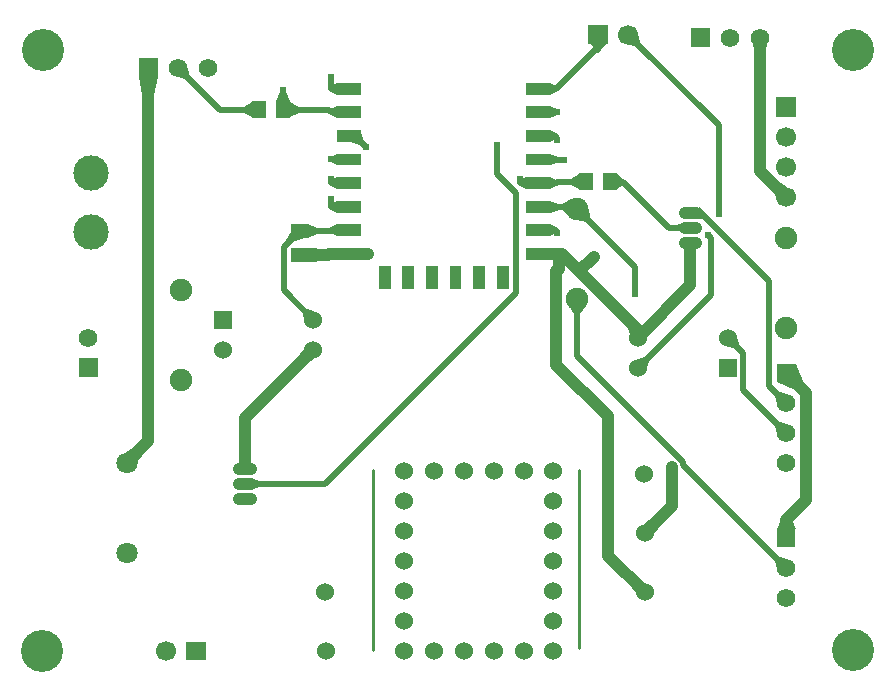
<source format=gtl>
G04 Layer: TopLayer*
G04 EasyEDA v6.4.19.4, 2021-06-14T19:23:21+03:00*
G04 c287602e535a46618d334795f056a235,b3268d441ec746f5bebdd9f8aa6dfed9,10*
G04 Gerber Generator version 0.2*
G04 Scale: 100 percent, Rotated: No, Reflected: No *
G04 Dimensions in millimeters *
G04 leading zeros omitted , absolute positions ,4 integer and 5 decimal *
%FSLAX45Y45*%
%MOMM*%

%ADD10C,0.2540*%
%ADD12C,0.5000*%
%ADD13C,1.0000*%
%ADD14C,0.6100*%
%ADD19C,1.5240*%
%ADD20R,1.5240X1.5240*%
%ADD21C,1.9050*%
%ADD22C,1.8000*%
%ADD24C,1.7000*%
%ADD25C,3.5560*%
%ADD27R,1.5748X1.5748*%
%ADD28C,1.5748*%
%ADD29C,3.0000*%

%LPD*%
G36*
X5562955Y-4992217D02*
G01*
X5492191Y-5062880D01*
X5524855Y-5105654D01*
X5605729Y-5024882D01*
G37*
G36*
X5638952Y-4493006D02*
G01*
X5596128Y-4525670D01*
X5676950Y-4606493D01*
X5709615Y-4563770D01*
G37*
G36*
X2717952Y-3043224D02*
G01*
X2685288Y-3086049D01*
X2756001Y-3156712D01*
X2798775Y-3124047D01*
G37*
G36*
X2738323Y-2702966D02*
G01*
X2702966Y-2738323D01*
X2717952Y-2798775D01*
X2798775Y-2717952D01*
G37*
G36*
X6384036Y-2941167D02*
G01*
X6303264Y-3022041D01*
X6363716Y-3037027D01*
X6399022Y-3001619D01*
G37*
G36*
X5564428Y-2829763D02*
G01*
X5459476Y-2866237D01*
X5475478Y-2917139D01*
X5583428Y-2879648D01*
G37*
G36*
X5583986Y-2837281D02*
G01*
X5541213Y-2869946D01*
X5622036Y-2950768D01*
X5654700Y-2907995D01*
G37*
G36*
X5601665Y-3108960D02*
G01*
X5541213Y-3123946D01*
X5622036Y-3204768D01*
X5637022Y-3144316D01*
G37*
G36*
X5124246Y-1848256D02*
G01*
X5023256Y-1949246D01*
X5103215Y-1963572D01*
X5138572Y-1928215D01*
G37*
G36*
X4975199Y-1775764D02*
G01*
X4903470Y-1813712D01*
X4897424Y-1863699D01*
X4958130Y-1917598D01*
G37*
G36*
X4957775Y-2679192D02*
G01*
X5004206Y-2745892D01*
X5054193Y-2745892D01*
X5100624Y-2679192D01*
G37*
G36*
X1267206Y-3881780D02*
G01*
X1210259Y-3913987D01*
X1305712Y-4009440D01*
X1337919Y-3952494D01*
G37*
G36*
X6753504Y-1636826D02*
G01*
X6682790Y-1707540D01*
X6715150Y-1759305D01*
X6805269Y-1669186D01*
G37*
G36*
X6741972Y-3406648D02*
G01*
X6706616Y-3442004D01*
X6721500Y-3505047D01*
X6805015Y-3421532D01*
G37*
G36*
X6741972Y-3660648D02*
G01*
X6706616Y-3696004D01*
X6721500Y-3759047D01*
X6805015Y-3675532D01*
G37*
G36*
X6519570Y-458470D02*
G01*
X6528612Y-513588D01*
X6628587Y-513588D01*
X6637629Y-458470D01*
G37*
G36*
X6741972Y-4806442D02*
G01*
X6706616Y-4841798D01*
X6721500Y-4904841D01*
X6805015Y-4821326D01*
G37*
G36*
X5545836Y-375666D02*
G01*
X5455666Y-465835D01*
X5525160Y-480517D01*
X5560517Y-445160D01*
G37*
G36*
X1729587Y-655472D02*
G01*
X1646072Y-738987D01*
X1709115Y-753872D01*
X1744472Y-718515D01*
G37*
G36*
X2925318Y-756767D02*
G01*
X2923184Y-778103D01*
X2973171Y-778103D01*
X2971038Y-756767D01*
G37*
G36*
X3229610Y-1284681D02*
G01*
X3194253Y-1320038D01*
X3210864Y-1333652D01*
X3243224Y-1301292D01*
G37*
G36*
X4568342Y-1616862D02*
G01*
X4523079Y-1623466D01*
X4523384Y-1642211D01*
X4573371Y-1634896D01*
G37*
G36*
X5496458Y-2537866D02*
G01*
X5498592Y-2559202D01*
X5544312Y-2559202D01*
X5546445Y-2537866D01*
G37*
G36*
X4813960Y-1013612D02*
G01*
X4813960Y-1063599D01*
X4835296Y-1061466D01*
X4835296Y-1015746D01*
G37*
G36*
X4874615Y-1233474D02*
G01*
X4824628Y-1243533D01*
X4829556Y-1254760D01*
X4874412Y-1245717D01*
G37*
G36*
X4872888Y-1413408D02*
G01*
X4872888Y-1463395D01*
X4894224Y-1461262D01*
X4894224Y-1415542D01*
G37*
G36*
X6167323Y-2075535D02*
G01*
X6134963Y-2107895D01*
X6141313Y-2117242D01*
X6176670Y-2081885D01*
G37*
G36*
X6200546Y-1860194D02*
G01*
X6202680Y-1881530D01*
X6248400Y-1881530D01*
X6250533Y-1860194D01*
G37*
G36*
X4833010Y-2013356D02*
G01*
X4807204Y-2063343D01*
X4828590Y-2068474D01*
X4849571Y-2027834D01*
G37*
G36*
X4330446Y-1337665D02*
G01*
X4328312Y-1359001D01*
X4378299Y-1359001D01*
X4376166Y-1337665D01*
G37*
G36*
X2517140Y-874115D02*
G01*
X2515006Y-895451D01*
X2564993Y-895451D01*
X2562860Y-874115D01*
G37*
G36*
X2967532Y-1789379D02*
G01*
X2922320Y-1796338D01*
X2923184Y-1817827D01*
X2973171Y-1810105D01*
G37*
G36*
X2967177Y-1618945D02*
G01*
X2922625Y-1629359D01*
X2923184Y-1644142D01*
X2973171Y-1632457D01*
G37*
G36*
X2982823Y-1413154D02*
G01*
X2961487Y-1415288D01*
X2961487Y-1461008D01*
X2982823Y-1463141D01*
G37*
G36*
X2998724Y-788162D02*
G01*
X2948178Y-813206D01*
X2948178Y-863193D01*
X2998724Y-888237D01*
G37*
G36*
X2998724Y-988314D02*
G01*
X2948178Y-1013358D01*
X2948178Y-1063345D01*
X2998724Y-1088136D01*
G37*
G36*
X3198876Y-1202842D02*
G01*
X3107385Y-1288034D01*
X3188868Y-1314653D01*
X3225495Y-1280566D01*
G37*
G36*
X2998724Y-1388110D02*
G01*
X2941320Y-1413154D01*
X2941320Y-1463141D01*
X2998724Y-1488186D01*
G37*
G36*
X2998724Y-1588262D02*
G01*
X2948178Y-1613306D01*
X2948178Y-1663293D01*
X2998724Y-1688338D01*
G37*
G36*
X2998724Y-1788160D02*
G01*
X2948178Y-1813204D01*
X2948178Y-1863191D01*
X2998724Y-1888236D01*
G37*
G36*
X2998724Y-1988057D02*
G01*
X2948178Y-2013102D01*
X2948178Y-2063089D01*
X2998724Y-2088134D01*
G37*
G36*
X3198876Y-2188210D02*
G01*
X3198876Y-2288286D01*
X3257042Y-2288235D01*
X3257042Y-2188260D01*
G37*
G36*
X2998978Y-2188210D02*
G01*
X2923540Y-2188260D01*
X2923540Y-2288235D01*
X2998978Y-2288286D01*
G37*
G36*
X4798822Y-2188718D02*
G01*
X4798822Y-2288794D01*
X4874260Y-2288743D01*
X4874260Y-2188768D01*
G37*
G36*
X4799076Y-1988312D02*
G01*
X4799076Y-2088388D01*
X4849622Y-2063343D01*
X4849622Y-2013356D01*
G37*
G36*
X4799076Y-1788668D02*
G01*
X4799076Y-1888489D01*
X4874056Y-1863699D01*
X4874056Y-1813712D01*
G37*
G36*
X4598924Y-1588516D02*
G01*
X4548378Y-1613560D01*
X4548378Y-1663547D01*
X4598924Y-1688592D01*
G37*
G36*
X4799076Y-1588516D02*
G01*
X4799076Y-1688592D01*
X4849622Y-1663547D01*
X4849622Y-1613560D01*
G37*
G36*
X4799076Y-1388364D02*
G01*
X4799076Y-1488440D01*
X4874056Y-1463395D01*
X4874056Y-1413408D01*
G37*
G36*
X4799076Y-1188466D02*
G01*
X4799076Y-1288542D01*
X4849622Y-1263497D01*
X4849622Y-1213510D01*
G37*
G36*
X4799076Y-988568D02*
G01*
X4799076Y-1088390D01*
X4855464Y-1063599D01*
X4855464Y-1013612D01*
G37*
G36*
X4799076Y-788416D02*
G01*
X4799076Y-888492D01*
X4849622Y-863447D01*
X4849622Y-813460D01*
G37*
G36*
X5366512Y-1563116D02*
G01*
X5366512Y-1688084D01*
X5417058Y-1650593D01*
X5417058Y-1600606D01*
G37*
G36*
X5047488Y-1563116D02*
G01*
X4972507Y-1600606D01*
X4972507Y-1650593D01*
X5047488Y-1688084D01*
G37*
G36*
X2278888Y-953516D02*
G01*
X2203907Y-991006D01*
X2203907Y-1040993D01*
X2278888Y-1078484D01*
G37*
G36*
X2515006Y-867613D02*
G01*
X2482088Y-942594D01*
X2597912Y-942594D01*
X2564993Y-867613D01*
G37*
G36*
X2597912Y-953516D02*
G01*
X2597912Y-1078484D01*
X2672892Y-1040993D01*
X2672892Y-991006D01*
G37*
G36*
X6878828Y-3167380D02*
G01*
X6721348Y-3324860D01*
X6870801Y-3387547D01*
X6941515Y-3316833D01*
G37*
G36*
X2604262Y-2055368D02*
G01*
X2564790Y-2120442D01*
X2615641Y-2140305D01*
X2720695Y-2100834D01*
G37*
G36*
X2751074Y-1985010D02*
G01*
X2751074Y-2100834D01*
X2826054Y-2067915D01*
X2826054Y-2017928D01*
G37*
G36*
X2751074Y-2188210D02*
G01*
X2751074Y-2304034D01*
X2901086Y-2296109D01*
X2901086Y-2196134D01*
G37*
G36*
X6750100Y-4491736D02*
G01*
X6721348Y-4567174D01*
X6878828Y-4567174D01*
X6850075Y-4491736D01*
G37*
G36*
X5144516Y-459740D02*
G01*
X5182006Y-510285D01*
X5231993Y-510285D01*
X5269484Y-459740D01*
G37*
G36*
X1318260Y-739140D02*
G01*
X1347012Y-889152D01*
X1446987Y-889152D01*
X1475740Y-739140D01*
G37*
G36*
X6058103Y-1841754D02*
G01*
X6016548Y-1932686D01*
X6094476Y-1942642D01*
X6116624Y-1894078D01*
G37*
G36*
X5937250Y-1964232D02*
G01*
X5862269Y-1989226D01*
X5862269Y-2039213D01*
X5937250Y-2064207D01*
G37*
G36*
X5937250Y-2191207D02*
G01*
X5937300Y-2341219D01*
X6037275Y-2341219D01*
X6037326Y-2191207D01*
G37*
G36*
X2262632Y-4135678D02*
G01*
X2262632Y-4235653D01*
X2337612Y-4210659D01*
X2337612Y-4160672D01*
G37*
G36*
X2162860Y-3858666D02*
G01*
X2162810Y-4008678D01*
X2262632Y-4008678D01*
X2262835Y-3858666D01*
G37*
D12*
X1651000Y-660400D02*
G01*
X2006600Y-1016000D01*
X2336800Y-1016000D01*
X5417058Y-1625600D02*
G01*
X5805677Y-2014220D01*
X5987288Y-2014220D01*
X5308600Y-1625600D02*
G01*
X5417058Y-1625600D01*
X6800088Y-3500120D02*
G01*
X6654038Y-3354070D01*
X6654038Y-2466847D01*
X6074409Y-1887220D01*
X5987288Y-1887220D01*
X5029200Y-2616200D02*
G01*
X5029200Y-3099307D01*
X5928359Y-3998468D01*
X5928359Y-4028186D01*
X6800088Y-4899913D01*
X6800088Y-3754120D02*
G01*
X6435090Y-3389121D01*
X6435090Y-3073145D01*
X6308090Y-2945892D01*
D13*
X1397000Y-660400D02*
G01*
X1397000Y-3822700D01*
X1215897Y-4003802D01*
X6800088Y-3246120D02*
G01*
X6968236Y-3414268D01*
X6968236Y-4323587D01*
X6800088Y-4491736D01*
X6800088Y-4645913D02*
G01*
X6800088Y-4491736D01*
D12*
X3098800Y-1438147D02*
G01*
X2941320Y-1438147D01*
X2948177Y-1638300D02*
G01*
X2948177Y-1612392D01*
X2940304Y-1604518D01*
X3098800Y-1638300D02*
G01*
X2948177Y-1638300D01*
X2948177Y-1838197D02*
G01*
X2948177Y-1779270D01*
X2941827Y-1772920D01*
X3098800Y-1838197D02*
G01*
X2948177Y-1838197D01*
X3098800Y-1038352D02*
G01*
X2948177Y-1038352D01*
X2540000Y-1016000D02*
G01*
X2925825Y-1016000D01*
X2948177Y-1038352D01*
X2540000Y-1016000D02*
G01*
X2540000Y-853947D01*
X2212847Y-4185665D02*
G01*
X2890774Y-4185665D01*
X4509261Y-2567431D01*
X4509261Y-1719579D01*
X4353306Y-1563623D01*
X4353306Y-1317497D01*
X4849622Y-2038350D02*
G01*
X4849622Y-2050287D01*
X4856988Y-2057400D01*
X4699000Y-2038350D02*
G01*
X4849622Y-2038350D01*
X6136893Y-2077465D02*
G01*
X6158991Y-2099563D01*
X6158991Y-2586989D01*
X5546090Y-3199892D01*
X5461000Y-381000D02*
G01*
X6225540Y-1145539D01*
X6225540Y-1901697D01*
X4699000Y-1438402D02*
G01*
X4914391Y-1438402D01*
X4849622Y-1238504D02*
G01*
X4849622Y-1263904D01*
X4855972Y-1270000D01*
X4699000Y-1238504D02*
G01*
X4849622Y-1238504D01*
X3098800Y-2038095D02*
G01*
X2948177Y-2038095D01*
X2948177Y-2038095D02*
G01*
X2943352Y-2042921D01*
X2677668Y-2042921D01*
X2677668Y-2042921D02*
G01*
X2544318Y-2176271D01*
X2544318Y-2544318D01*
X2794000Y-2794000D01*
D13*
X6578600Y-406400D02*
G01*
X6578600Y-1532636D01*
X6800088Y-1754123D01*
X2212847Y-4058665D02*
G01*
X2212847Y-3629405D01*
X2794000Y-3048000D01*
X5987288Y-2141220D02*
G01*
X5987288Y-2504694D01*
X5546090Y-2945892D01*
X5600954Y-5100828D02*
G01*
X5291836Y-4791963D01*
X5291836Y-3613912D01*
X4852415Y-3174492D01*
X4852415Y-2386076D01*
X4874259Y-2364231D01*
X4874259Y-2238755D01*
X4699000Y-2238755D02*
G01*
X4874259Y-2238755D01*
X4874259Y-2238755D02*
G01*
X4902708Y-2238755D01*
X5047488Y-2383536D01*
X5047488Y-2383536D02*
G01*
X5546090Y-2882137D01*
X5546090Y-2945892D01*
X5170424Y-2260600D02*
G01*
X5047488Y-2383536D01*
D12*
X4699000Y-1038605D02*
G01*
X4855463Y-1038605D01*
X5029200Y-1854200D02*
G01*
X5013706Y-1838705D01*
X4699254Y-1838705D01*
X5029200Y-1854200D02*
G01*
X5521452Y-2346452D01*
X5521452Y-2579370D01*
X4849622Y-838454D02*
G01*
X5177790Y-510286D01*
X5207000Y-510286D01*
X4699000Y-838454D02*
G01*
X4849622Y-838454D01*
X5207000Y-381000D02*
G01*
X5207000Y-510286D01*
X5105400Y-1625600D02*
G01*
X4862575Y-1625600D01*
X4849622Y-1638554D01*
X4772406Y-1638554D02*
G01*
X4849622Y-1638554D01*
X4772406Y-1638554D02*
G01*
X4699000Y-1638554D01*
X4699000Y-1638554D02*
G01*
X4548377Y-1638554D01*
X4548377Y-1638554D02*
G01*
X4548377Y-1605787D01*
X4542790Y-1600200D01*
X3098800Y-1238250D02*
G01*
X3147822Y-1238250D01*
X3241293Y-1331721D01*
D13*
X2677668Y-2246121D02*
G01*
X2915665Y-2246121D01*
X2923540Y-2238247D01*
X3011170Y-2238247D02*
G01*
X2923540Y-2238247D01*
X3011170Y-2238247D02*
G01*
X3099054Y-2238247D01*
X3099054Y-2238247D02*
G01*
X3257041Y-2238247D01*
X5600954Y-4601718D02*
G01*
X5827775Y-4374895D01*
X5827775Y-4040378D01*
D12*
X3098800Y-838200D02*
G01*
X2948177Y-838200D01*
X2948177Y-838200D02*
G01*
X2948177Y-736600D01*
D10*
X5039868Y-5575554D02*
G01*
X5039868Y-4063492D01*
X3301238Y-4069842D02*
G01*
X3301238Y-5588000D01*
G36*
X2998724Y-788162D02*
G01*
X3198875Y-788162D01*
X3198875Y-888237D01*
X2998724Y-888237D01*
G37*
G36*
X2998724Y-988313D02*
G01*
X3198875Y-988313D01*
X3198875Y-1088136D01*
X2998724Y-1088136D01*
G37*
G36*
X2998724Y-1188212D02*
G01*
X3198875Y-1188212D01*
X3198875Y-1288034D01*
X2998724Y-1288034D01*
G37*
G36*
X2998724Y-1388110D02*
G01*
X3198875Y-1388110D01*
X3198875Y-1488186D01*
X2998724Y-1488186D01*
G37*
G36*
X2998724Y-1588262D02*
G01*
X3198875Y-1588262D01*
X3198875Y-1688337D01*
X2998724Y-1688337D01*
G37*
G36*
X2998724Y-1788160D02*
G01*
X3198875Y-1788160D01*
X3198875Y-1888236D01*
X2998724Y-1888236D01*
G37*
G36*
X2998724Y-1988057D02*
G01*
X3198875Y-1988057D01*
X3198875Y-2088134D01*
X2998724Y-2088134D01*
G37*
G36*
X2998977Y-2188210D02*
G01*
X3198875Y-2188210D01*
X3198875Y-2288286D01*
X2998977Y-2288286D01*
G37*
G36*
X3348990Y-2538221D02*
G01*
X3348990Y-2338323D01*
X3449065Y-2338323D01*
X3449065Y-2538221D01*
G37*
G36*
X3548888Y-2538221D02*
G01*
X3548888Y-2338070D01*
X3648709Y-2338070D01*
X3648709Y-2538221D01*
G37*
G36*
X3748531Y-2538221D02*
G01*
X3748531Y-2338323D01*
X3848608Y-2338323D01*
X3848608Y-2538221D01*
G37*
G36*
X3948684Y-2538221D02*
G01*
X3948684Y-2338323D01*
X4048759Y-2338323D01*
X4048759Y-2538221D01*
G37*
G36*
X4148581Y-2538221D02*
G01*
X4148581Y-2338323D01*
X4248658Y-2338323D01*
X4248658Y-2538221D01*
G37*
G36*
X4348734Y-2538221D02*
G01*
X4348734Y-2338323D01*
X4448556Y-2338323D01*
X4448556Y-2538221D01*
G37*
G36*
X4798822Y-2288794D02*
G01*
X4598924Y-2288794D01*
X4598924Y-2188718D01*
X4798822Y-2188718D01*
G37*
G36*
X4799075Y-2088387D02*
G01*
X4598924Y-2088387D01*
X4598924Y-1988312D01*
X4799075Y-1988312D01*
G37*
G36*
X4799075Y-1888489D02*
G01*
X4599177Y-1888489D01*
X4599177Y-1788668D01*
X4799075Y-1788668D01*
G37*
G36*
X4799075Y-1688592D02*
G01*
X4598924Y-1688592D01*
X4598924Y-1588515D01*
X4799075Y-1588515D01*
G37*
G36*
X4799075Y-1488439D02*
G01*
X4598924Y-1488439D01*
X4598924Y-1388363D01*
X4799075Y-1388363D01*
G37*
G36*
X4799075Y-1288542D02*
G01*
X4598924Y-1288542D01*
X4598924Y-1188465D01*
X4799075Y-1188465D01*
G37*
G36*
X4799075Y-1088389D02*
G01*
X4598924Y-1088389D01*
X4598924Y-988568D01*
X4799075Y-988568D01*
G37*
G36*
X4799075Y-888492D02*
G01*
X4598924Y-888492D01*
X4598924Y-788415D01*
X4799075Y-788415D01*
G37*
G36*
X5366511Y-1699005D02*
G01*
X5250688Y-1699005D01*
X5250688Y-1552194D01*
X5366511Y-1552194D01*
G37*
G36*
X5163311Y-1699005D02*
G01*
X5047488Y-1699005D01*
X5047488Y-1552194D01*
X5163311Y-1552194D01*
G37*
G36*
X2278887Y-942594D02*
G01*
X2394712Y-942594D01*
X2394712Y-1089405D01*
X2278887Y-1089405D01*
G37*
G36*
X2482088Y-942594D02*
G01*
X2597911Y-942594D01*
X2597911Y-1089405D01*
X2482088Y-1089405D01*
G37*
G36*
X2751074Y-1985010D02*
G01*
X2751074Y-2100834D01*
X2604261Y-2100834D01*
X2604261Y-1985010D01*
G37*
G36*
X2751074Y-2188210D02*
G01*
X2751074Y-2304034D01*
X2604261Y-2304034D01*
X2604261Y-2188210D01*
G37*
D19*
G01*
X3563010Y-4074210D03*
G01*
X3818356Y-4074210D03*
G01*
X4070222Y-4074210D03*
G01*
X4322114Y-4074210D03*
G01*
X4573981Y-4074210D03*
G01*
X4827092Y-4074210D03*
G01*
X3563035Y-5598540D03*
G01*
X3818356Y-5598540D03*
G01*
X4070222Y-5598540D03*
G01*
X4322114Y-5598540D03*
G01*
X4573981Y-5598540D03*
G01*
X4827092Y-5598540D03*
G01*
X3563035Y-5344490D03*
G01*
X3563035Y-5090439D03*
G01*
X3563035Y-4836388D03*
G01*
X3563035Y-4582337D03*
G01*
X3563035Y-4328287D03*
G01*
X4827092Y-5344490D03*
G01*
X4827117Y-5090439D03*
G01*
X4827092Y-4836388D03*
G01*
X4827092Y-4582337D03*
G01*
X4827092Y-4328287D03*
G01*
X2900095Y-5600115D03*
G01*
X2893898Y-5099177D03*
G01*
X5600903Y-5100929D03*
G01*
X5600903Y-4601718D03*
G01*
X5594502Y-4102531D03*
G36*
X1955800Y-2717800D02*
G01*
X2108200Y-2717800D01*
X2108200Y-2870200D01*
X1955800Y-2870200D01*
G37*
G01*
X2032000Y-3048000D03*
G01*
X2794000Y-3048000D03*
G01*
X2794000Y-2794000D03*
D20*
G01*
X6308090Y-3199892D03*
D19*
G01*
X6307988Y-2945993D03*
G01*
X5545988Y-2945993D03*
G01*
X5545988Y-3199993D03*
D21*
G01*
X1676400Y-3302000D03*
G01*
X1676400Y-2540000D03*
G01*
X6799986Y-2099995D03*
G01*
X6799986Y-2861995D03*
G01*
X5029200Y-1854200D03*
G01*
X5029200Y-2616200D03*
D22*
G01*
X1215897Y-4003802D03*
G01*
X1215897Y-4765802D03*
G36*
X6885177Y-907034D02*
G01*
X6885177Y-1077213D01*
X6714997Y-1077213D01*
X6714997Y-907034D01*
G37*
D24*
G01*
X6799986Y-1245996D03*
G01*
X6799986Y-1499996D03*
G01*
X6799986Y-1753996D03*
D25*
G01*
X508000Y-508000D03*
G01*
X499998Y-5599988D03*
G01*
X7366000Y-5588000D03*
G01*
X7366000Y-508000D03*
G36*
X1885187Y-5678931D02*
G01*
X1715262Y-5678931D01*
X1715262Y-5521452D01*
X1885187Y-5521452D01*
G37*
D24*
G01*
X1546199Y-5600141D03*
G36*
X810260Y-3121660D02*
G01*
X967739Y-3121660D01*
X967739Y-3279139D01*
X810260Y-3279139D01*
G37*
D28*
G01*
X889000Y-2946400D03*
D27*
G01*
X6800088Y-3246120D03*
D28*
G01*
X6800088Y-3500120D03*
G01*
X6800088Y-3754120D03*
G01*
X6800088Y-4008120D03*
D29*
G01*
X914400Y-1549400D03*
G01*
X914400Y-2049271D03*
D28*
G01*
X6578600Y-406400D03*
G01*
X6324600Y-406400D03*
G36*
X5991859Y-327660D02*
G01*
X6149340Y-327660D01*
X6149340Y-485139D01*
X5991859Y-485139D01*
G37*
G01*
X6800088Y-5153913D03*
G01*
X6800088Y-4899913D03*
D27*
G01*
X6800088Y-4645913D03*
G36*
X5121909Y-302260D02*
G01*
X5292090Y-302260D01*
X5292090Y-459739D01*
X5121909Y-459739D01*
G37*
D24*
G01*
X5461000Y-381000D03*
D28*
G01*
X1905000Y-660400D03*
G01*
X1651000Y-660400D03*
G36*
X1318260Y-581660D02*
G01*
X1475739Y-581660D01*
X1475739Y-739139D01*
X1318260Y-739139D01*
G37*
D14*
G01*
X2948177Y-736600D03*
G01*
X5827775Y-4040378D03*
G01*
X3257041Y-2238247D03*
G01*
X3241293Y-1331721D03*
G01*
X4542790Y-1600200D03*
G01*
X5521452Y-2579370D03*
G01*
X4855463Y-1038605D03*
G01*
X5170424Y-2260600D03*
G01*
X4855972Y-1270000D03*
G01*
X4914391Y-1438402D03*
G01*
X6136893Y-2077465D03*
G01*
X6225540Y-1901697D03*
G01*
X4856988Y-2057400D03*
G01*
X4353306Y-1317497D03*
G01*
X2540000Y-853947D03*
G01*
X2941827Y-1772920D03*
G01*
X2940304Y-1604518D03*
G01*
X2941320Y-1438147D03*
D13*
X6037287Y-1887296D02*
G01*
X5937288Y-1887296D01*
X6037287Y-2014296D02*
G01*
X5937288Y-2014296D01*
X6037287Y-2141296D02*
G01*
X5937288Y-2141296D01*
X2162695Y-4312691D02*
G01*
X2262695Y-4312691D01*
X2162695Y-4185691D02*
G01*
X2262695Y-4185691D01*
X2162695Y-4058691D02*
G01*
X2262695Y-4058691D01*
M02*

</source>
